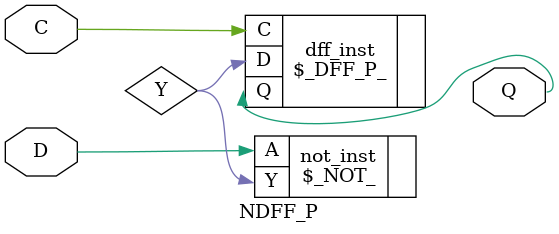
<source format=v>
module GAL_SOP (A, Y);

parameter WIDTH = 0;
parameter DEPTH = 0;
parameter TABLE = 0;

input [WIDTH-1:0] A;
output reg Y;

\$sop #(
	.WIDTH(WIDTH),
	.DEPTH(DEPTH),
	.TABLE(TABLE)
) sop_partial (
	.A(A),
	.Y(Y)
);

endmodule

module DFF_P (C, D, Q);

input C, D;
output Q;

\$_DFF_P_ dff_inst (.C(C), .D(D), .Q(Q));

endmodule

module NDFF_P (C, D, Q);

input C, D;
output Q;

wire Y;

\$_NOT_ not_inst (.A(D), .Y(Y));
\$_DFF_P_ dff_inst (.C(C), .D(Y), .Q(Q));

endmodule

</source>
